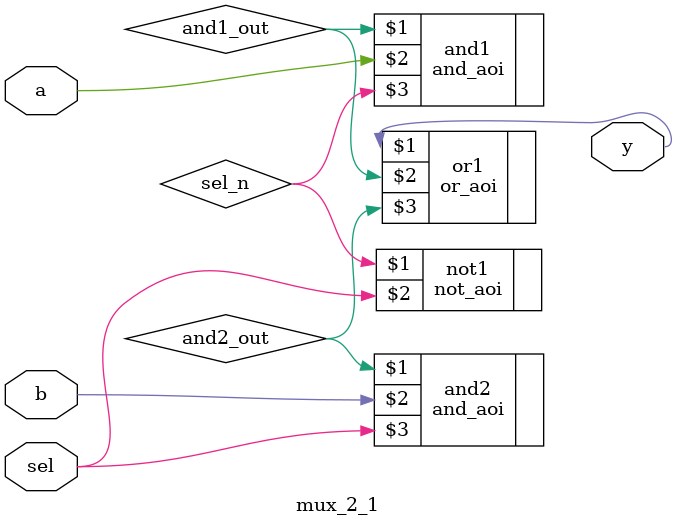
<source format=v>
`include "basic_gates.v"

module mux_2_1(
    input wire a,
    input wire b,
    input wire sel,
    output wire y
);

    wire sel_n;
    wire and1_out;
    wire and2_out;

    not_aoi not1(sel_n, sel);
    and_aoi and1(and1_out, a, sel_n);
    and_aoi and2(and2_out, b, sel);
    or_aoi or1(y, and1_out, and2_out);

endmodule
</source>
